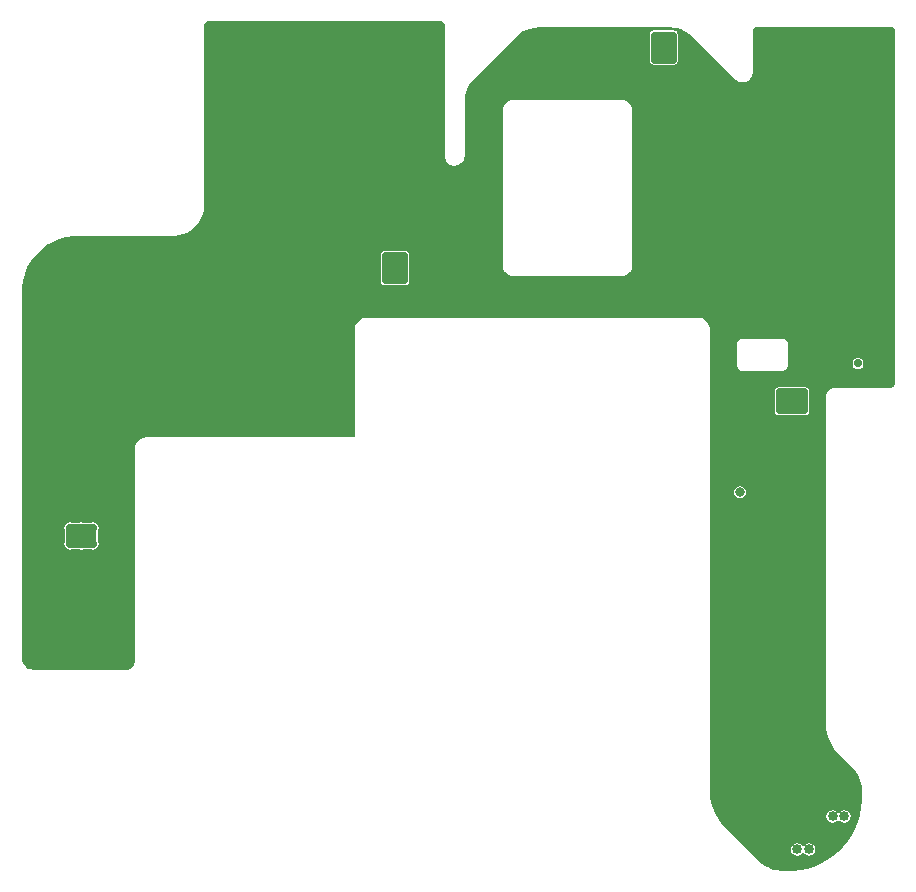
<source format=gbl>
G04*
G04 #@! TF.GenerationSoftware,Altium Limited,Altium Designer,21.0.8 (223)*
G04*
G04 Layer_Physical_Order=2*
G04 Layer_Color=16711680*
%FSLAX44Y44*%
%MOMM*%
G71*
G04*
G04 #@! TF.SameCoordinates,AAD5EB2A-8552-457D-BF93-D3A1E0B867CA*
G04*
G04*
G04 #@! TF.FilePolarity,Positive*
G04*
G01*
G75*
G04:AMPARAMS|DCode=18|XSize=2.15mm|YSize=2.7mm|CornerRadius=0.215mm|HoleSize=0mm|Usage=FLASHONLY|Rotation=90.000|XOffset=0mm|YOffset=0mm|HoleType=Round|Shape=RoundedRectangle|*
%AMROUNDEDRECTD18*
21,1,2.1500,2.2700,0,0,90.0*
21,1,1.7200,2.7000,0,0,90.0*
1,1,0.4300,1.1350,0.8600*
1,1,0.4300,1.1350,-0.8600*
1,1,0.4300,-1.1350,-0.8600*
1,1,0.4300,-1.1350,0.8600*
%
%ADD18ROUNDEDRECTD18*%
G04:AMPARAMS|DCode=19|XSize=2.15mm|YSize=2.7mm|CornerRadius=0.215mm|HoleSize=0mm|Usage=FLASHONLY|Rotation=0.000|XOffset=0mm|YOffset=0mm|HoleType=Round|Shape=RoundedRectangle|*
%AMROUNDEDRECTD19*
21,1,2.1500,2.2700,0,0,0.0*
21,1,1.7200,2.7000,0,0,0.0*
1,1,0.4300,0.8600,-1.1350*
1,1,0.4300,-0.8600,-1.1350*
1,1,0.4300,-0.8600,1.1350*
1,1,0.4300,0.8600,1.1350*
%
%ADD19ROUNDEDRECTD19*%
%ADD44C,0.7000*%
%ADD45C,0.8000*%
G04:AMPARAMS|DCode=46|XSize=0.65mm|YSize=0.65mm|CornerRadius=0.1625mm|HoleSize=0mm|Usage=FLASHONLY|Rotation=0.000|XOffset=0mm|YOffset=0mm|HoleType=Round|Shape=RoundedRectangle|*
%AMROUNDEDRECTD46*
21,1,0.6500,0.3250,0,0,0.0*
21,1,0.3250,0.6500,0,0,0.0*
1,1,0.3250,0.1625,-0.1625*
1,1,0.3250,-0.1625,-0.1625*
1,1,0.3250,-0.1625,0.1625*
1,1,0.3250,0.1625,0.1625*
%
%ADD46ROUNDEDRECTD46*%
%ADD47C,1.0000*%
%ADD48C,2.6000*%
%ADD49C,8.0000*%
%ADD50C,0.8500*%
%ADD51C,0.7000*%
G04:AMPARAMS|DCode=52|XSize=2.6mm|YSize=2mm|CornerRadius=0.5mm|HoleSize=0mm|Usage=FLASHONLY|Rotation=0.000|XOffset=0mm|YOffset=0mm|HoleType=Round|Shape=RoundedRectangle|*
%AMROUNDEDRECTD52*
21,1,2.6000,1.0000,0,0,0.0*
21,1,1.6000,2.0000,0,0,0.0*
1,1,1.0000,0.8000,-0.5000*
1,1,1.0000,-0.8000,-0.5000*
1,1,1.0000,-0.8000,0.5000*
1,1,1.0000,0.8000,0.5000*
%
%ADD52ROUNDEDRECTD52*%
G36*
X-268500Y646200D02*
X-268500Y629234D01*
X-268500Y606000D01*
X-268500Y534000D01*
X-268440Y533257D01*
X-268109Y531805D01*
X-267507Y530443D01*
X-266654Y529222D01*
X-265585Y528186D01*
X-264337Y527374D01*
X-262957Y526816D01*
X-261711Y526574D01*
X-261495Y526531D01*
X-261492Y526531D01*
X-260750Y526496D01*
X-260471Y526501D01*
X-260471Y526501D01*
X-259633Y526564D01*
X-259262Y526647D01*
X-257995Y526931D01*
X-256457Y527606D01*
X-255077Y528562D01*
X-253907Y529766D01*
X-252989Y531172D01*
X-252358Y532728D01*
X-252036Y534376D01*
X-251996Y535215D01*
X-252000Y535470D01*
X-252000Y580569D01*
X-252000Y581765D01*
X-252000Y581765D01*
X-252000Y581765D01*
X-252000Y581765D01*
X-252001Y584200D01*
X-251051Y588976D01*
X-249187Y593474D01*
X-246480Y597522D01*
X-244757Y599243D01*
X-208538Y635462D01*
X-208538Y635462D01*
X-208538Y635462D01*
X-206728Y637274D01*
X-202501Y640165D01*
X-197811Y642222D01*
X-192821Y643373D01*
X-190262Y643477D01*
X-180699Y643500D01*
X-78941Y643499D01*
X-78941Y643499D01*
Y643499D01*
X-77524Y643500D01*
X-74703Y643223D01*
X-71924Y642671D01*
X-69213Y641848D01*
X-66595Y640763D01*
X-64096Y639427D01*
X-61741Y637852D01*
X-59551Y636053D01*
X-58550Y635050D01*
X-23117Y599616D01*
X-23117Y599616D01*
X-23117Y599616D01*
X-22131Y598765D01*
X-19839Y597540D01*
X-17290Y597033D01*
X-14704Y597287D01*
X-12303Y598282D01*
X-10294Y599930D01*
X-8850Y602091D01*
X-8096Y604578D01*
X-8000Y605878D01*
X-8000Y640517D01*
X-8000Y641700D01*
X-8000Y641701D01*
X-7799Y642262D01*
X-7313Y643123D01*
X-7230Y643206D01*
X-6577Y643477D01*
X-6223Y643477D01*
X109472Y643477D01*
X110723Y643477D01*
X111806Y642921D01*
X112000Y642454D01*
Y642200D01*
X112000Y464498D01*
X111999Y341999D01*
X111999Y341998D01*
Y341303D01*
X111466Y340017D01*
X110482Y339033D01*
X109196Y338500D01*
X108500Y338500D01*
X61500Y338500D01*
X61499Y338499D01*
X60715Y338461D01*
X59177Y338154D01*
X57728Y337555D01*
X56424Y336683D01*
X55316Y335574D01*
X54444Y334271D01*
X53844Y332822D01*
X53538Y331284D01*
X53500Y330500D01*
Y54983D01*
X53545Y53149D01*
X53905Y49498D01*
X54620Y45900D01*
X55685Y42390D01*
X57089Y39001D01*
X58818Y35766D01*
X60856Y32716D01*
X63183Y29880D01*
X64448Y28552D01*
X76610Y16390D01*
X76610Y16388D01*
X76610Y16388D01*
X77546Y15453D01*
X79225Y13408D01*
X80696Y11207D01*
X81944Y8874D01*
X82957Y6429D01*
X83725Y3896D01*
X84241Y1300D01*
X84500Y-1334D01*
X84500Y-2657D01*
Y-8500D01*
X84499Y-8501D01*
X84499Y-11547D01*
X83902Y-17609D01*
X82714Y-23584D01*
X80945Y-29413D01*
X78614Y-35041D01*
X75742Y-40414D01*
X72358Y-45479D01*
X68494Y-50188D01*
X64186Y-54495D01*
X59477Y-58359D01*
X54412Y-61744D01*
X49040Y-64615D01*
X43412Y-66947D01*
X37582Y-68715D01*
X31608Y-69903D01*
X25545Y-70500D01*
X22499Y-70500D01*
X17450Y-70500D01*
X15973Y-70500D01*
X13034Y-70210D01*
X10138Y-69634D01*
X7312Y-68777D01*
X4584Y-67647D01*
X1979Y-66255D01*
X-476Y-64614D01*
X-2759Y-62741D01*
X-3803Y-61697D01*
X-30280Y-35222D01*
X-30280Y-35222D01*
X-30280Y-35222D01*
X-30281Y-35222D01*
X-31967Y-33536D01*
X-34993Y-29849D01*
X-37643Y-25883D01*
X-39892Y-21676D01*
X-41717Y-17269D01*
X-43102Y-12705D01*
X-44033Y-8027D01*
X-44500Y-3280D01*
X-44500Y-895D01*
Y388000D01*
X-44500Y388000D01*
X-44500Y388000D01*
X-44503Y388039D01*
X-44547Y388930D01*
X-44596Y389178D01*
X-44910Y390757D01*
X-45622Y392478D01*
X-46657Y394026D01*
X-47973Y395343D01*
X-49522Y396378D01*
X-51242Y397091D01*
X-53069Y397454D01*
X-54000Y397500D01*
X-335000Y397500D01*
X-335001Y397499D01*
X-335981Y397450D01*
X-337904Y397068D01*
X-339715Y396318D01*
X-341344Y395229D01*
X-342730Y393843D01*
X-343819Y392213D01*
X-344570Y390402D01*
X-344952Y388480D01*
X-345000Y387500D01*
Y296500D01*
X-521000D01*
X-521002Y296498D01*
X-522031Y296448D01*
X-524049Y296046D01*
X-525951Y295259D01*
X-527662Y294115D01*
X-529117Y292660D01*
X-530260Y290949D01*
X-531048Y289048D01*
X-531450Y287029D01*
X-531500Y286000D01*
X-531500Y107000D01*
X-531500Y107000D01*
X-531500Y106261D01*
X-531788Y104812D01*
X-532354Y103447D01*
X-533175Y102219D01*
X-534219Y101174D01*
X-535448Y100353D01*
X-536812Y99788D01*
X-538261Y99500D01*
X-539000D01*
X-616502Y99500D01*
X-617536Y99500D01*
X-619564Y99903D01*
X-621475Y100695D01*
X-623195Y101844D01*
X-624657Y103307D01*
X-625806Y105027D01*
X-626597Y106937D01*
X-627000Y108966D01*
X-627000Y110000D01*
X-627000Y418803D01*
X-627000Y420000D01*
X-627000Y420000D01*
X-627000Y420000D01*
X-627001Y423080D01*
X-626197Y429189D01*
X-624603Y435140D01*
X-622245Y440833D01*
X-619165Y446169D01*
X-615414Y451057D01*
X-611058Y455414D01*
X-606169Y459165D01*
X-600833Y462245D01*
X-595141Y464603D01*
X-589189Y466197D01*
X-583081Y467000D01*
X-580000Y467000D01*
X-500699Y467000D01*
X-499498Y467000D01*
X-499498Y467000D01*
X-499498Y467000D01*
X-497732Y467058D01*
X-494231Y467518D01*
X-490819Y468432D01*
X-487556Y469784D01*
X-484497Y471549D01*
X-481696Y473699D01*
X-479198Y476197D01*
X-477048Y478999D01*
X-475283Y482058D01*
X-473932Y485321D01*
X-473018Y488732D01*
X-472557Y492234D01*
X-472500Y494000D01*
Y606000D01*
X-472500Y617766D01*
X-472500Y646200D01*
X-469501Y649199D01*
X-271500Y649200D01*
X-268500Y646200D01*
D02*
G37*
%LPC*%
G36*
X-76500Y641088D02*
X-76633Y641062D01*
X-90367D01*
X-90500Y641088D01*
X-90633Y641062D01*
X-92100D01*
X-93329Y640817D01*
X-94371Y640121D01*
X-95067Y639079D01*
X-95312Y637850D01*
Y615150D01*
X-95067Y613921D01*
X-94371Y612879D01*
X-93329Y612183D01*
X-92100Y611938D01*
X-90633D01*
X-90500Y611912D01*
X-90367Y611938D01*
X-76633D01*
X-76500Y611912D01*
X-76367Y611938D01*
X-74900D01*
X-73671Y612183D01*
X-72629Y612879D01*
X-71933Y613921D01*
X-71688Y615150D01*
Y637850D01*
X-71933Y639079D01*
X-72629Y640121D01*
X-73671Y640817D01*
X-74900Y641062D01*
X-76367D01*
X-76500Y641088D01*
D02*
G37*
G36*
X-118712Y582082D02*
X-211288D01*
X-211390Y582040D01*
X-211499Y582062D01*
X-213045Y581754D01*
X-213137Y581693D01*
X-213248D01*
X-214704Y581090D01*
X-214782Y581011D01*
X-214891Y580989D01*
X-216201Y580114D01*
X-216263Y580022D01*
X-216365Y579979D01*
X-217479Y578865D01*
X-217522Y578763D01*
X-217614Y578701D01*
X-218489Y577391D01*
X-218511Y577282D01*
X-218589Y577204D01*
X-219193Y575748D01*
Y575637D01*
X-219254Y575545D01*
X-219562Y573999D01*
X-219540Y573890D01*
X-219582Y573788D01*
Y573000D01*
Y442000D01*
Y441212D01*
X-219540Y441110D01*
X-219562Y441001D01*
X-219254Y439455D01*
X-219193Y439363D01*
Y439252D01*
X-218589Y437796D01*
X-218511Y437718D01*
X-218489Y437609D01*
X-217614Y436299D01*
X-217522Y436237D01*
X-217479Y436135D01*
X-216365Y435021D01*
X-216263Y434978D01*
X-216201Y434886D01*
X-214891Y434011D01*
X-214782Y433989D01*
X-214704Y433910D01*
X-213248Y433307D01*
X-213137D01*
X-213045Y433246D01*
X-211499Y432938D01*
X-211390Y432960D01*
X-211288Y432918D01*
X-118712D01*
X-118610Y432960D01*
X-118501Y432938D01*
X-116955Y433246D01*
X-116863Y433307D01*
X-116752D01*
X-115296Y433910D01*
X-115218Y433989D01*
X-115109Y434011D01*
X-113799Y434886D01*
X-113737Y434978D01*
X-113635Y435021D01*
X-112521Y436135D01*
X-112478Y436237D01*
X-112386Y436299D01*
X-111510Y437609D01*
X-111489Y437718D01*
X-111411Y437796D01*
X-110807Y439252D01*
Y439363D01*
X-110746Y439455D01*
X-110438Y441001D01*
X-110460Y441110D01*
X-110418Y441212D01*
Y442000D01*
Y573000D01*
Y573788D01*
X-110460Y573890D01*
X-110438Y573999D01*
X-110746Y575545D01*
X-110807Y575637D01*
Y575748D01*
X-111411Y577204D01*
X-111489Y577282D01*
X-111510Y577391D01*
X-112386Y578701D01*
X-112478Y578763D01*
X-112521Y578865D01*
X-113635Y579979D01*
X-113737Y580022D01*
X-113799Y580114D01*
X-115109Y580989D01*
X-115218Y581011D01*
X-115296Y581090D01*
X-116752Y581693D01*
X-116863D01*
X-116955Y581754D01*
X-118501Y582062D01*
X-118610Y582040D01*
X-118712Y582082D01*
D02*
G37*
G36*
X-304000Y454588D02*
X-304133Y454562D01*
X-317867D01*
X-318000Y454588D01*
X-318133Y454562D01*
X-319600D01*
X-320829Y454317D01*
X-321871Y453621D01*
X-322567Y452579D01*
X-322812Y451350D01*
Y428650D01*
X-322567Y427421D01*
X-321871Y426379D01*
X-320829Y425683D01*
X-319600Y425438D01*
X-318133D01*
X-318000Y425412D01*
X-317867Y425438D01*
X-304133D01*
X-304000Y425412D01*
X-303867Y425438D01*
X-302400D01*
X-301171Y425683D01*
X-300129Y426379D01*
X-299433Y427421D01*
X-299188Y428650D01*
Y451350D01*
X-299433Y452579D01*
X-300129Y453621D01*
X-301171Y454317D01*
X-302400Y454562D01*
X-303867D01*
X-304000Y454588D01*
D02*
G37*
G36*
X16500Y380082D02*
X-16500Y380082D01*
X-17296Y380082D01*
X-17495Y380000D01*
X-17710D01*
X-19180Y379391D01*
X-19332Y379239D01*
X-19531Y379156D01*
X-20656Y378031D01*
X-20739Y377832D01*
X-20891Y377680D01*
X-21500Y376210D01*
Y375995D01*
X-21582Y375796D01*
X-21582Y375000D01*
X-21582Y358000D01*
X-21582Y357204D01*
X-21500Y357006D01*
Y356790D01*
X-20891Y355320D01*
X-20739Y355168D01*
X-20656Y354969D01*
X-19531Y353844D01*
X-19332Y353761D01*
X-19180Y353609D01*
X-17710Y353000D01*
X-17495D01*
X-17296Y352918D01*
X-16500Y352918D01*
X-16500Y352918D01*
X17296D01*
X17494Y353000D01*
X17710D01*
X19180Y353609D01*
X19332Y353761D01*
X19531Y353844D01*
X20656Y354969D01*
X20739Y355168D01*
X20891Y355320D01*
X21500Y356790D01*
Y357005D01*
X21582Y357204D01*
X21582Y358000D01*
X21582Y358000D01*
X21582Y375000D01*
X21582Y375796D01*
X21500Y375995D01*
Y376210D01*
X20891Y377680D01*
X20739Y377832D01*
X20656Y378031D01*
X19531Y379156D01*
X19332Y379239D01*
X19180Y379391D01*
X17710Y380000D01*
X17494D01*
X17295Y380082D01*
X16501Y380082D01*
X16500Y380082D01*
D02*
G37*
G36*
X82625Y363301D02*
X79375D01*
X78351Y363098D01*
X77482Y362518D01*
X76902Y361649D01*
X76699Y360625D01*
Y357375D01*
X76902Y356351D01*
X77482Y355482D01*
X78351Y354902D01*
X79375Y354699D01*
X82625D01*
X83649Y354902D01*
X84517Y355482D01*
X85098Y356351D01*
X85301Y357375D01*
Y360625D01*
X85098Y361649D01*
X84517Y362518D01*
X83649Y363098D01*
X82625Y363301D01*
D02*
G37*
G36*
X36350Y338812D02*
X13650D01*
X12421Y338567D01*
X11379Y337871D01*
X10683Y336829D01*
X10438Y335600D01*
Y334133D01*
X10412Y334000D01*
X10438Y333867D01*
Y320133D01*
X10412Y320000D01*
X10438Y319867D01*
Y318400D01*
X10683Y317171D01*
X11379Y316129D01*
X12421Y315433D01*
X13650Y315188D01*
X36350D01*
X37579Y315433D01*
X38621Y316129D01*
X39317Y317171D01*
X39562Y318400D01*
Y319867D01*
X39588Y320000D01*
X39562Y320133D01*
Y333867D01*
X39588Y334000D01*
X39562Y334133D01*
Y335600D01*
X39317Y336829D01*
X38621Y337871D01*
X37579Y338567D01*
X36350Y338812D01*
D02*
G37*
G36*
X-19000Y255098D02*
X-20951Y254710D01*
X-22605Y253605D01*
X-23710Y251951D01*
X-24098Y250000D01*
X-23710Y248049D01*
X-22605Y246395D01*
X-20951Y245290D01*
X-19000Y244902D01*
X-17049Y245290D01*
X-15395Y246395D01*
X-14290Y248049D01*
X-13902Y250000D01*
X-14290Y251951D01*
X-15395Y253605D01*
X-17049Y254710D01*
X-19000Y255098D01*
D02*
G37*
G36*
X-566500Y224588D02*
X-568256Y224239D01*
X-568452Y224108D01*
X-568500Y224118D01*
X-574563D01*
X-574744Y224239D01*
X-576500Y224588D01*
X-578256Y224239D01*
X-578437Y224118D01*
X-584500D01*
X-584548Y224108D01*
X-584744Y224239D01*
X-586500Y224588D01*
X-588256Y224239D01*
X-589744Y223244D01*
X-590739Y221756D01*
X-591088Y220000D01*
X-590739Y218244D01*
X-590608Y218048D01*
X-590617Y218000D01*
Y208000D01*
X-590608Y207952D01*
X-590739Y207756D01*
X-591088Y206000D01*
X-590739Y204244D01*
X-589744Y202756D01*
X-588256Y201761D01*
X-586500Y201412D01*
X-584744Y201761D01*
X-584548Y201892D01*
X-584500Y201882D01*
X-578437D01*
X-578256Y201761D01*
X-576500Y201412D01*
X-574744Y201761D01*
X-574563Y201882D01*
X-568500D01*
X-568452Y201892D01*
X-568256Y201761D01*
X-566500Y201412D01*
X-564744Y201761D01*
X-563256Y202756D01*
X-562261Y204244D01*
X-561912Y206000D01*
X-562261Y207756D01*
X-562392Y207952D01*
X-562382Y208000D01*
Y218000D01*
X-562392Y218048D01*
X-562261Y218244D01*
X-561912Y220000D01*
X-562261Y221756D01*
X-563256Y223244D01*
X-564744Y224239D01*
X-566500Y224588D01*
D02*
G37*
G36*
X69500Y-19147D02*
X67452Y-19555D01*
X65715Y-20715D01*
X65264Y-21390D01*
X63736D01*
X63285Y-20715D01*
X61548Y-19555D01*
X59500Y-19147D01*
X57452Y-19555D01*
X55715Y-20715D01*
X54555Y-22452D01*
X54147Y-24500D01*
X54555Y-26548D01*
X55715Y-28285D01*
X57452Y-29445D01*
X59500Y-29853D01*
X61548Y-29445D01*
X63285Y-28285D01*
X63736Y-27610D01*
X65264D01*
X65715Y-28285D01*
X67452Y-29445D01*
X69500Y-29853D01*
X71548Y-29445D01*
X73285Y-28285D01*
X74445Y-26548D01*
X74853Y-24500D01*
X74445Y-22452D01*
X73285Y-20715D01*
X71548Y-19555D01*
X69500Y-19147D01*
D02*
G37*
G36*
X39500Y-47147D02*
X37452Y-47555D01*
X35715Y-48715D01*
X35264Y-49390D01*
X33736D01*
X33285Y-48715D01*
X31548Y-47555D01*
X29500Y-47147D01*
X27452Y-47555D01*
X25715Y-48715D01*
X24555Y-50452D01*
X24147Y-52500D01*
X24555Y-54548D01*
X25715Y-56285D01*
X27452Y-57445D01*
X29500Y-57853D01*
X31548Y-57445D01*
X33285Y-56285D01*
X33736Y-55610D01*
X35264D01*
X35715Y-56285D01*
X37452Y-57445D01*
X39500Y-57853D01*
X41548Y-57445D01*
X43285Y-56285D01*
X44445Y-54548D01*
X44853Y-52500D01*
X44445Y-50452D01*
X43285Y-48715D01*
X41548Y-47555D01*
X39500Y-47147D01*
D02*
G37*
%LPD*%
D18*
X25000Y327000D02*
D03*
Y262500D02*
D03*
D19*
X-148000Y626500D02*
D03*
X-83500D02*
D03*
X-375000Y440000D02*
D03*
X-311000D02*
D03*
D44*
X-305500Y645700D02*
X-285500D01*
X-335500D02*
X-305500D01*
X-365500D02*
X-335500D01*
X-395500D02*
X-365500D01*
X-425500D02*
X-395500D01*
X-465500D02*
X-425500D01*
D45*
X-19000Y250000D02*
D03*
X20000Y538000D02*
D03*
X34500Y578000D02*
D03*
X108000Y560500D02*
D03*
X99500Y578000D02*
D03*
X89500Y568500D02*
D03*
X64500D02*
D03*
X44500D02*
D03*
X74500Y578000D02*
D03*
X54500D02*
D03*
X2000Y502000D02*
D03*
X-15000Y592500D02*
D03*
Y502500D02*
D03*
X-102500Y503000D02*
D03*
X-59000Y629000D02*
D03*
X-102500Y575500D02*
D03*
X82500Y348500D02*
D03*
X-407000Y387200D02*
D03*
X-356500Y389700D02*
D03*
X-397500Y310200D02*
D03*
X-373500Y372200D02*
D03*
Y324700D02*
D03*
D46*
X81000Y359000D02*
D03*
D47*
X30000Y0D02*
D03*
X0Y30000D02*
D03*
X21213Y21213D02*
D03*
Y-21213D02*
D03*
X-21213D02*
D03*
X-30000Y0D02*
D03*
X0Y-30000D02*
D03*
X-610000Y420000D02*
D03*
X-580000Y390000D02*
D03*
X-601213Y398787D02*
D03*
Y441213D02*
D03*
X-558787D02*
D03*
X-550000Y420000D02*
D03*
X-580000Y450000D02*
D03*
X-30000Y420000D02*
D03*
X0Y390000D02*
D03*
X-21213Y398787D02*
D03*
Y441213D02*
D03*
X21213D02*
D03*
X30000Y420000D02*
D03*
X0Y450000D02*
D03*
X21213Y398787D02*
D03*
D48*
X-555680Y395680D02*
D03*
X-24325Y24325D02*
D03*
D49*
X-580000Y420000D02*
D03*
X0D02*
D03*
Y0D02*
D03*
D50*
X59500Y-24500D02*
D03*
X69500D02*
D03*
X29500Y-52500D02*
D03*
X39500D02*
D03*
D51*
X15000Y269500D02*
D03*
X20000Y262500D02*
D03*
X15000Y255500D02*
D03*
X25000D02*
D03*
Y269500D02*
D03*
X30000Y262500D02*
D03*
X35000Y255500D02*
D03*
Y269500D02*
D03*
X15000Y334000D02*
D03*
X20000Y327000D02*
D03*
X15000Y320000D02*
D03*
X25000D02*
D03*
Y334000D02*
D03*
X30000Y327000D02*
D03*
X35000Y320000D02*
D03*
Y334000D02*
D03*
X-586500Y220000D02*
D03*
X-581500Y213000D02*
D03*
X-586500Y206000D02*
D03*
X-576500D02*
D03*
Y220000D02*
D03*
X-571500Y213000D02*
D03*
X-566500Y206000D02*
D03*
Y220000D02*
D03*
X-586500Y156000D02*
D03*
X-581500Y149000D02*
D03*
X-586500Y142000D02*
D03*
X-576500D02*
D03*
Y156000D02*
D03*
X-571500Y149000D02*
D03*
X-566500Y142000D02*
D03*
Y156000D02*
D03*
X-368000Y450000D02*
D03*
X-375000Y445000D02*
D03*
X-382000Y450000D02*
D03*
Y440000D02*
D03*
X-368000D02*
D03*
X-375000Y435000D02*
D03*
X-382000Y430000D02*
D03*
X-368000D02*
D03*
X-304000Y450000D02*
D03*
X-311000Y445000D02*
D03*
X-318000Y450000D02*
D03*
Y440000D02*
D03*
X-304000D02*
D03*
X-311000Y435000D02*
D03*
X-318000Y430000D02*
D03*
X-304000D02*
D03*
X-141000Y636500D02*
D03*
X-148000Y631500D02*
D03*
X-155000Y636500D02*
D03*
Y626500D02*
D03*
X-141000D02*
D03*
X-148000Y621500D02*
D03*
X-155000Y616500D02*
D03*
X-141000D02*
D03*
X-76500Y636500D02*
D03*
X-83500Y631500D02*
D03*
X-90500Y636500D02*
D03*
Y626500D02*
D03*
X-76500D02*
D03*
X-83500Y621500D02*
D03*
X-90500Y616500D02*
D03*
X-76500D02*
D03*
X-285500Y645700D02*
D03*
X-305500D02*
D03*
X-335500D02*
D03*
X-365500D02*
D03*
X-395500D02*
D03*
X-425500D02*
D03*
X-465500D02*
D03*
D52*
X-576500Y149000D02*
D03*
Y213000D02*
D03*
M02*

</source>
